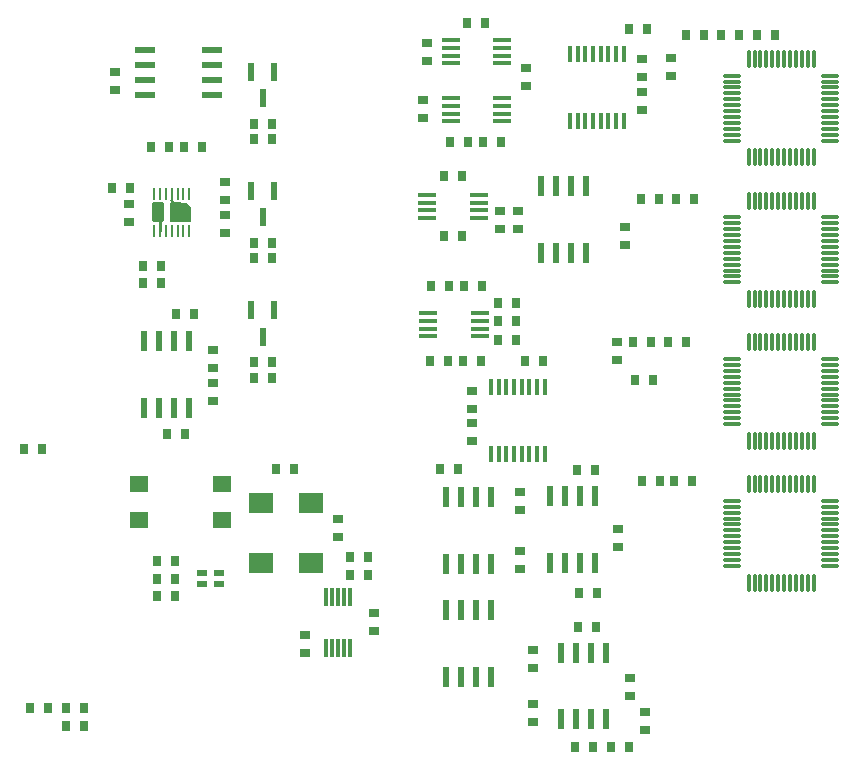
<source format=gtp>
G04*
G04 #@! TF.GenerationSoftware,Altium Limited,Altium Designer,21.3.2 (30)*
G04*
G04 Layer_Color=8421504*
%FSLAX25Y25*%
%MOIN*%
G70*
G04*
G04 #@! TF.SameCoordinates,35EDE252-B6D9-4C08-81A6-3FFBFD5BE296*
G04*
G04*
G04 #@! TF.FilePolarity,Positive*
G04*
G01*
G75*
%ADD13C,0.01000*%
%ADD21R,0.03443X0.02656*%
%ADD22R,0.00984X0.03937*%
G04:AMPARAMS|DCode=23|XSize=65mil|YSize=40mil|CornerRadius=4mil|HoleSize=0mil|Usage=FLASHONLY|Rotation=90.000|XOffset=0mil|YOffset=0mil|HoleType=Round|Shape=RoundedRectangle|*
%AMROUNDEDRECTD23*
21,1,0.06500,0.03200,0,0,90.0*
21,1,0.05700,0.04000,0,0,90.0*
1,1,0.00800,0.01600,0.02850*
1,1,0.00800,0.01600,-0.02850*
1,1,0.00800,-0.01600,-0.02850*
1,1,0.00800,-0.01600,0.02850*
%
%ADD23ROUNDEDRECTD23*%
%ADD24R,0.02200X0.06550*%
G04:AMPARAMS|DCode=25|XSize=58.66mil|YSize=11.02mil|CornerRadius=2.76mil|HoleSize=0mil|Usage=FLASHONLY|Rotation=270.000|XOffset=0mil|YOffset=0mil|HoleType=Round|Shape=RoundedRectangle|*
%AMROUNDEDRECTD25*
21,1,0.05866,0.00551,0,0,270.0*
21,1,0.05315,0.01102,0,0,270.0*
1,1,0.00551,-0.00276,-0.02657*
1,1,0.00551,-0.00276,0.02657*
1,1,0.00551,0.00276,0.02657*
1,1,0.00551,0.00276,-0.02657*
%
%ADD25ROUNDEDRECTD25*%
G04:AMPARAMS|DCode=26|XSize=58.66mil|YSize=11.02mil|CornerRadius=2.76mil|HoleSize=0mil|Usage=FLASHONLY|Rotation=180.000|XOffset=0mil|YOffset=0mil|HoleType=Round|Shape=RoundedRectangle|*
%AMROUNDEDRECTD26*
21,1,0.05866,0.00551,0,0,180.0*
21,1,0.05315,0.01102,0,0,180.0*
1,1,0.00551,-0.02657,0.00276*
1,1,0.00551,0.02657,0.00276*
1,1,0.00551,0.02657,-0.00276*
1,1,0.00551,-0.02657,-0.00276*
%
%ADD26ROUNDEDRECTD26*%
%ADD27R,0.05900X0.01575*%
%ADD28R,0.01181X0.05956*%
%ADD29R,0.05906X0.05512*%
%ADD30R,0.02400X0.06400*%
%ADD31R,0.01397X0.05756*%
%ADD32R,0.02656X0.03443*%
%ADD33R,0.03347X0.02362*%
%ADD34R,0.06550X0.02200*%
%ADD35R,0.07874X0.07087*%
G36*
X149506Y-59742D02*
X151094Y-61331D01*
X151094Y-65742D01*
Y-65842D01*
X151018Y-66025D01*
X150878Y-66166D01*
X150694Y-66242D01*
X144495D01*
X144311Y-66166D01*
X144171Y-66025D01*
X144095Y-65842D01*
Y-65742D01*
Y-60242D01*
Y-60143D01*
X144171Y-59959D01*
X144311Y-59818D01*
X144495Y-59742D01*
X144595D01*
X149506Y-59742D01*
D02*
G37*
D13*
X144488Y-58967D02*
G03*
X145177Y-60630I2352J0D01*
G01*
X140551Y-69095D02*
Y-65551D01*
D21*
X188976Y-203693D02*
D03*
Y-209693D02*
D03*
X158268Y-114811D02*
D03*
Y-108811D02*
D03*
Y-125835D02*
D03*
Y-119835D02*
D03*
X264961Y-232921D02*
D03*
Y-226921D02*
D03*
Y-214811D02*
D03*
Y-208811D02*
D03*
X262598Y-20717D02*
D03*
Y-14717D02*
D03*
X292913Y-112055D02*
D03*
Y-106055D02*
D03*
X253937Y-62598D02*
D03*
Y-68598D02*
D03*
X259842D02*
D03*
Y-62598D02*
D03*
X311024Y-17567D02*
D03*
Y-11567D02*
D03*
X293307Y-168654D02*
D03*
Y-174653D02*
D03*
X295669Y-73866D02*
D03*
Y-67866D02*
D03*
X302362Y-235677D02*
D03*
Y-229677D02*
D03*
X244488Y-139220D02*
D03*
Y-133221D02*
D03*
X162205Y-69732D02*
D03*
Y-63732D02*
D03*
X125591Y-16094D02*
D03*
Y-22095D02*
D03*
X162205Y-52709D02*
D03*
Y-58709D02*
D03*
X200000Y-171110D02*
D03*
Y-165110D02*
D03*
X211811Y-202606D02*
D03*
Y-196606D02*
D03*
X130315Y-60189D02*
D03*
Y-66189D02*
D03*
X260630Y-181890D02*
D03*
Y-175890D02*
D03*
Y-156299D02*
D03*
Y-162299D02*
D03*
X297244Y-218260D02*
D03*
Y-224260D02*
D03*
X228346Y-25543D02*
D03*
Y-31543D02*
D03*
X301181Y-28984D02*
D03*
Y-22984D02*
D03*
X229528Y-12449D02*
D03*
Y-6449D02*
D03*
X244488Y-122591D02*
D03*
Y-128591D02*
D03*
X301181Y-11961D02*
D03*
Y-17961D02*
D03*
D22*
X150394Y-69095D02*
D03*
X148425D02*
D03*
X146457D02*
D03*
X144488D02*
D03*
X142520D02*
D03*
X140551D02*
D03*
X138583D02*
D03*
Y-56890D02*
D03*
X140551D02*
D03*
X142520D02*
D03*
X144488D02*
D03*
X146457D02*
D03*
X150394D02*
D03*
X148425D02*
D03*
D23*
X146094Y-62990D02*
D03*
X140094D02*
D03*
D24*
X267697Y-76479D02*
D03*
X272697D02*
D03*
X277697D02*
D03*
X282697D02*
D03*
Y-54229D02*
D03*
X277697D02*
D03*
X272697D02*
D03*
X267697D02*
D03*
X235807Y-217818D02*
D03*
X240807D02*
D03*
X245807D02*
D03*
X250807D02*
D03*
Y-195568D02*
D03*
X245807D02*
D03*
X240807D02*
D03*
X235807D02*
D03*
X274390Y-231991D02*
D03*
X279390D02*
D03*
X284390D02*
D03*
X289390D02*
D03*
Y-209741D02*
D03*
X284390D02*
D03*
X279390D02*
D03*
X274390D02*
D03*
X285472Y-157671D02*
D03*
X280472D02*
D03*
X275472D02*
D03*
X270472D02*
D03*
Y-179921D02*
D03*
X275472D02*
D03*
X280472D02*
D03*
X285472D02*
D03*
X235807Y-180023D02*
D03*
X240807D02*
D03*
X245807D02*
D03*
X250807D02*
D03*
Y-157773D02*
D03*
X245807D02*
D03*
X240807D02*
D03*
X235807D02*
D03*
X135413Y-128251D02*
D03*
X140413D02*
D03*
X145413D02*
D03*
X150413D02*
D03*
Y-106001D02*
D03*
X145413D02*
D03*
X140413D02*
D03*
X135413D02*
D03*
D25*
X336811Y-153543D02*
D03*
X338779D02*
D03*
X340748D02*
D03*
X342717D02*
D03*
X344685D02*
D03*
X346654D02*
D03*
X348622D02*
D03*
X350590D02*
D03*
X352559D02*
D03*
X354527D02*
D03*
X356496D02*
D03*
X358465D02*
D03*
Y-186378D02*
D03*
X356496D02*
D03*
X354527D02*
D03*
X352559D02*
D03*
X350590D02*
D03*
X348622D02*
D03*
X346654D02*
D03*
X344685D02*
D03*
X342717D02*
D03*
X340748D02*
D03*
X338779D02*
D03*
X336811D02*
D03*
Y-91890D02*
D03*
X338779D02*
D03*
X340748D02*
D03*
X342717D02*
D03*
X344685D02*
D03*
X346654D02*
D03*
X348622D02*
D03*
X350590D02*
D03*
X352559D02*
D03*
X354527D02*
D03*
X356496D02*
D03*
X358465D02*
D03*
Y-59055D02*
D03*
X356496D02*
D03*
X354527D02*
D03*
X352559D02*
D03*
X350590D02*
D03*
X348622D02*
D03*
X346654D02*
D03*
X344685D02*
D03*
X342717D02*
D03*
X340748D02*
D03*
X338779D02*
D03*
X336811D02*
D03*
Y-106299D02*
D03*
X338779D02*
D03*
X340748D02*
D03*
X342717D02*
D03*
X344685D02*
D03*
X346654D02*
D03*
X348622D02*
D03*
X350590D02*
D03*
X352559D02*
D03*
X354527D02*
D03*
X356496D02*
D03*
X358465D02*
D03*
Y-139134D02*
D03*
X356496D02*
D03*
X354527D02*
D03*
X352559D02*
D03*
X350590D02*
D03*
X348622D02*
D03*
X346654D02*
D03*
X344685D02*
D03*
X342717D02*
D03*
X340748D02*
D03*
X338779D02*
D03*
X336811D02*
D03*
Y-44646D02*
D03*
X338779D02*
D03*
X340748D02*
D03*
X342717D02*
D03*
X344685D02*
D03*
X346654D02*
D03*
X348622D02*
D03*
X350590D02*
D03*
X352559D02*
D03*
X354527D02*
D03*
X356496D02*
D03*
X358465D02*
D03*
Y-11811D02*
D03*
X356496D02*
D03*
X354527D02*
D03*
X352559D02*
D03*
X350590D02*
D03*
X348622D02*
D03*
X346654D02*
D03*
X344685D02*
D03*
X342717D02*
D03*
X340748D02*
D03*
X338779D02*
D03*
X336811D02*
D03*
D26*
X364055Y-159134D02*
D03*
Y-161102D02*
D03*
Y-163071D02*
D03*
Y-165039D02*
D03*
Y-167008D02*
D03*
Y-168976D02*
D03*
Y-170945D02*
D03*
Y-172913D02*
D03*
Y-174882D02*
D03*
Y-176850D02*
D03*
Y-178819D02*
D03*
Y-180787D02*
D03*
X331221D02*
D03*
Y-178819D02*
D03*
Y-176850D02*
D03*
Y-174882D02*
D03*
Y-172913D02*
D03*
Y-170945D02*
D03*
Y-168976D02*
D03*
Y-167008D02*
D03*
Y-165039D02*
D03*
Y-163071D02*
D03*
Y-161102D02*
D03*
Y-159134D02*
D03*
Y-64646D02*
D03*
Y-66614D02*
D03*
Y-68583D02*
D03*
Y-70551D02*
D03*
Y-72520D02*
D03*
Y-74488D02*
D03*
Y-76457D02*
D03*
Y-78425D02*
D03*
Y-80394D02*
D03*
Y-82362D02*
D03*
Y-84331D02*
D03*
Y-86299D02*
D03*
X364055D02*
D03*
Y-84331D02*
D03*
Y-82362D02*
D03*
Y-80394D02*
D03*
Y-78425D02*
D03*
Y-76457D02*
D03*
Y-74488D02*
D03*
Y-72520D02*
D03*
Y-70551D02*
D03*
Y-68583D02*
D03*
Y-66614D02*
D03*
Y-64646D02*
D03*
Y-111890D02*
D03*
Y-113858D02*
D03*
Y-115827D02*
D03*
Y-117795D02*
D03*
Y-119764D02*
D03*
Y-121732D02*
D03*
Y-123701D02*
D03*
Y-125669D02*
D03*
Y-127638D02*
D03*
Y-129606D02*
D03*
Y-131575D02*
D03*
Y-133543D02*
D03*
X331221D02*
D03*
Y-131575D02*
D03*
Y-129606D02*
D03*
Y-127638D02*
D03*
Y-125669D02*
D03*
Y-123701D02*
D03*
Y-121732D02*
D03*
Y-119764D02*
D03*
Y-117795D02*
D03*
Y-115827D02*
D03*
Y-113858D02*
D03*
Y-111890D02*
D03*
Y-17402D02*
D03*
Y-19370D02*
D03*
Y-21339D02*
D03*
Y-23307D02*
D03*
Y-25276D02*
D03*
Y-27244D02*
D03*
Y-29213D02*
D03*
Y-31181D02*
D03*
Y-33150D02*
D03*
Y-35118D02*
D03*
Y-37087D02*
D03*
Y-39055D02*
D03*
X364055D02*
D03*
Y-37087D02*
D03*
Y-35118D02*
D03*
Y-33150D02*
D03*
Y-31181D02*
D03*
Y-29213D02*
D03*
Y-27244D02*
D03*
Y-25276D02*
D03*
Y-23307D02*
D03*
Y-21339D02*
D03*
Y-19370D02*
D03*
Y-17402D02*
D03*
D27*
X247183Y-104194D02*
D03*
Y-101694D02*
D03*
Y-99094D02*
D03*
Y-96594D02*
D03*
X229983D02*
D03*
Y-99094D02*
D03*
Y-101694D02*
D03*
Y-104194D02*
D03*
X237463Y-32540D02*
D03*
Y-30040D02*
D03*
Y-27440D02*
D03*
Y-24940D02*
D03*
X254663D02*
D03*
Y-27440D02*
D03*
Y-30040D02*
D03*
Y-32540D02*
D03*
X246789Y-64824D02*
D03*
Y-62324D02*
D03*
Y-59724D02*
D03*
Y-57224D02*
D03*
X229589D02*
D03*
Y-59724D02*
D03*
Y-62324D02*
D03*
Y-64824D02*
D03*
X237463Y-13249D02*
D03*
Y-10749D02*
D03*
Y-8149D02*
D03*
Y-5649D02*
D03*
X254663D02*
D03*
Y-8149D02*
D03*
Y-10749D02*
D03*
Y-13249D02*
D03*
D28*
X203937Y-191056D02*
D03*
X201969D02*
D03*
X200000D02*
D03*
X198031D02*
D03*
X196063D02*
D03*
Y-208156D02*
D03*
X198031D02*
D03*
X200000D02*
D03*
X201969D02*
D03*
X203937D02*
D03*
D29*
X161417Y-153543D02*
D03*
X133465D02*
D03*
X161417Y-165354D02*
D03*
X133465D02*
D03*
D30*
X178543Y-95600D02*
D03*
X171063D02*
D03*
X174803Y-104400D02*
D03*
X178543Y-55836D02*
D03*
X171063D02*
D03*
X174803Y-64636D02*
D03*
X178543Y-16072D02*
D03*
X171063D02*
D03*
X174803Y-24872D02*
D03*
D31*
X277264Y-32360D02*
D03*
X279823D02*
D03*
X282382D02*
D03*
X284941D02*
D03*
X287500D02*
D03*
X290059D02*
D03*
X292618D02*
D03*
X295177D02*
D03*
Y-10160D02*
D03*
X292618D02*
D03*
X290059D02*
D03*
X287500D02*
D03*
X284941D02*
D03*
X282382D02*
D03*
X279823D02*
D03*
X277264D02*
D03*
X250886Y-143384D02*
D03*
X253445D02*
D03*
X256004D02*
D03*
X258563D02*
D03*
X261122D02*
D03*
X263681D02*
D03*
X266240D02*
D03*
X268799D02*
D03*
Y-121184D02*
D03*
X266240D02*
D03*
X263681D02*
D03*
X261122D02*
D03*
X258563D02*
D03*
X256004D02*
D03*
X253445D02*
D03*
X250886D02*
D03*
D32*
X268354Y-112598D02*
D03*
X262354D02*
D03*
X248276Y-39370D02*
D03*
X254276D02*
D03*
X177803Y-78347D02*
D03*
X171803D02*
D03*
X241732Y-112598D02*
D03*
X247732D02*
D03*
X248031Y-87402D02*
D03*
X242032D02*
D03*
X297094Y-241339D02*
D03*
X291094D02*
D03*
X279677Y-148819D02*
D03*
X285677D02*
D03*
X177803Y-118110D02*
D03*
X171803D02*
D03*
X177803Y-38583D02*
D03*
X171803D02*
D03*
X259150Y-99213D02*
D03*
X253150D02*
D03*
X303000Y-1969D02*
D03*
X297000D02*
D03*
X315898Y-3937D02*
D03*
X321898D02*
D03*
X300937Y-58661D02*
D03*
X306937D02*
D03*
X298181Y-106299D02*
D03*
X304181D02*
D03*
X301331Y-152559D02*
D03*
X307331D02*
D03*
X139716Y-179134D02*
D03*
X145717D02*
D03*
X139716Y-185039D02*
D03*
X145717D02*
D03*
X139716Y-190945D02*
D03*
X145717D02*
D03*
X140795Y-80709D02*
D03*
X134795D02*
D03*
X109205Y-228346D02*
D03*
X115205D02*
D03*
X97394D02*
D03*
X103394D02*
D03*
X298969Y-118898D02*
D03*
X304969D02*
D03*
X345520Y-3937D02*
D03*
X339520D02*
D03*
X134795Y-86614D02*
D03*
X140795D02*
D03*
X177803Y-112992D02*
D03*
X171803D02*
D03*
X253150Y-105512D02*
D03*
X259150D02*
D03*
X253150Y-93307D02*
D03*
X259150D02*
D03*
X179283Y-148425D02*
D03*
X185283D02*
D03*
X203842Y-177953D02*
D03*
X209842D02*
D03*
X203842Y-183858D02*
D03*
X209842D02*
D03*
X284890Y-241339D02*
D03*
X278890D02*
D03*
X177803Y-73228D02*
D03*
X171803D02*
D03*
X177803Y-33465D02*
D03*
X171803D02*
D03*
X154724Y-41142D02*
D03*
X148724D02*
D03*
X143551D02*
D03*
X137551D02*
D03*
X124559Y-54921D02*
D03*
X130559D02*
D03*
X240008Y-148425D02*
D03*
X234008D02*
D03*
X280071Y-201181D02*
D03*
X286071D02*
D03*
X280315Y-189764D02*
D03*
X286315D02*
D03*
X237158Y-39370D02*
D03*
X243158D02*
D03*
X230614Y-112598D02*
D03*
X236614D02*
D03*
X231008Y-87402D02*
D03*
X237008D02*
D03*
X235189Y-70866D02*
D03*
X241189D02*
D03*
X142866Y-136811D02*
D03*
X148866D02*
D03*
X235433Y-50787D02*
D03*
X241433D02*
D03*
X146063Y-96850D02*
D03*
X152063D02*
D03*
X109205Y-234252D02*
D03*
X115205D02*
D03*
X333709Y-3937D02*
D03*
X327709D02*
D03*
X318748Y-58661D02*
D03*
X312748D02*
D03*
X315992Y-106299D02*
D03*
X309992D02*
D03*
X317998Y-152530D02*
D03*
X311998D02*
D03*
X243063Y0D02*
D03*
X249063D02*
D03*
X95425Y-141969D02*
D03*
X101425D02*
D03*
D33*
X154626Y-186811D02*
D03*
X160335D02*
D03*
Y-183268D02*
D03*
X154626D02*
D03*
D34*
X135546Y-8854D02*
D03*
Y-13854D02*
D03*
Y-18854D02*
D03*
Y-23854D02*
D03*
X157796D02*
D03*
Y-18854D02*
D03*
Y-13854D02*
D03*
Y-8854D02*
D03*
D35*
X190945Y-159921D02*
D03*
X174409D02*
D03*
X190945Y-179921D02*
D03*
X174409D02*
D03*
M02*

</source>
